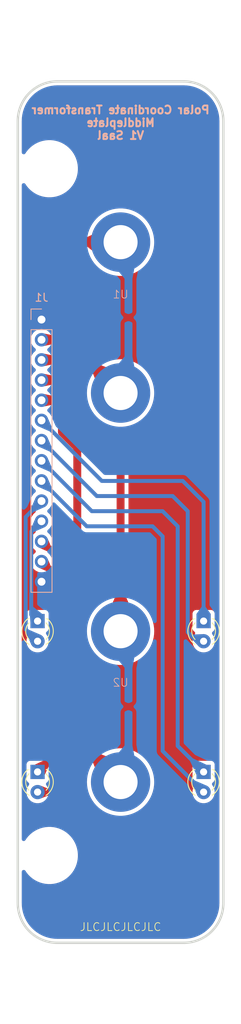
<source format=kicad_pcb>
(kicad_pcb (version 20240108) (generator "pcbnew") (generator_version "8.0")
  (layers (0 "F.Cu" signal) (31 "B.Cu" signal) (34 "B.Paste" user) (35 "F.Paste" user) (36 "B.SilkS" user "B.Silkscreen") (37 "F.SilkS" user "F.Silkscreen") (38 "B.Mask" user) (39 "F.Mask" user) (44 "Edge.Cuts" user))
  (net 0 "")
  (net 1 "R_cos_OUT")
  (net 2 "R_IN")
  (net 3 "ERROR_sin_2")
  (net 4 "R_cos_1")
  (net 5 "+12V")
  (net 6 "Phi_IN")
  (net 7 "GND")
  (net 8 "R_sin_2")
  (net 9 "R_sin_1")
  (net 10 "R_cos_2")
  (net 11 "ERROR_cos_2")
  (net 12 "R_sin_OUT")
  (footprint "LED_THT:LED_D3.0mm_FlatTop" (layer "F.Cu") (at 55.3 147.775 -90)
    (property "Reference" "D2" (hide yes))
    (property "Value" "LED" (hide yes))
    (fp_line (start -0.29 1.08) (end -0.29 1.236) (stroke (width 0.12)) (layer "F.SilkS"))
    (fp_line (start -0.29 -1.236) (end -0.29 -1.08) (stroke (width 0.12)) (layer "F.SilkS"))
    (fp_arc (start 2.31113 1.079837) (mid 1.270117 1.5) (end 0.229039 1.08) (stroke (width 0.12)) (layer "F.SilkS"))
    (fp_arc (start 2.942335 1.078608) (mid 1.366487 1.987659) (end -0.29 1.235516) (stroke (width 0.12)) (layer "F.SilkS"))
    (fp_arc (start 0.229039 -1.08) (mid 1.270117 -1.5) (end 2.31113 -1.079837) (stroke (width 0.12)) (layer "F.SilkS"))
    (fp_arc (start -0.29 -1.235516) (mid 1.366487 -1.987659) (end 2.942335 -1.078608) (stroke (width 0.12)) (layer "F.SilkS"))
    (pad "1" thru_hole rect (at 0 0 270) (size 1.8 1.8) (drill 0.9) (layers "*.Cu" "*.Mask") (net 3 "ERROR_sin_2"))
    (pad "2" thru_hole circle (at 2.54 0 270) (size 1.8 1.8) (drill 0.9) (layers "*.Cu" "*.Mask") (net 5 "+12V"))
  )
  (footprint "LED_THT:LED_D3.0mm_FlatTop" (layer "F.Cu") (at 55.3 128.775 -90)
    (property "Reference" "D1" (hide yes))
    (property "Value" "LED" (hide yes))
    (fp_line (start -0.29 1.08) (end -0.29 1.236) (stroke (width 0.12)) (layer "F.SilkS"))
    (fp_line (start -0.29 -1.236) (end -0.29 -1.08) (stroke (width 0.12)) (layer "F.SilkS"))
    (fp_arc (start 2.31113 1.079837) (mid 1.270117 1.5) (end 0.229039 1.08) (stroke (width 0.12)) (layer "F.SilkS"))
    (fp_arc (start 2.942335 1.078608) (mid 1.366487 1.987659) (end -0.29 1.235516) (stroke (width 0.12)) (layer "F.SilkS"))
    (fp_arc (start 0.229039 -1.08) (mid 1.270117 -1.5) (end 2.31113 -1.079837) (stroke (width 0.12)) (layer "F.SilkS"))
    (fp_arc (start -0.29 -1.235516) (mid 1.366487 -1.987659) (end 2.942335 -1.078608) (stroke (width 0.12)) (layer "F.SilkS"))
    (pad "1" thru_hole rect (at 0 0 270) (size 1.8 1.8) (drill 0.9) (layers "*.Cu" "*.Mask") (net 11 "ERROR_cos_2"))
    (pad "2" thru_hole circle (at 2.54 0 270) (size 1.8 1.8) (drill 0.9) (layers "*.Cu" "*.Mask") (net 5 "+12V"))
  )
  (footprint "MountingHole:MountingHole_3.2mm_M3_DIN965" (layer "F.Cu") (at 56.8 158.3)
    (property "Reference" "H3" (hide yes))
    (property "Value" "MountingHole" (hide yes))
    (pad "" np_thru_hole circle (at 0 0) (size 3.2 3.2) (drill 3.2) (layers "F&B.Cu" "*.Mask") (clearance 2))
  )
  (footprint "LED_THT:LED_D3.0mm_FlatTop" (layer "F.Cu") (at 76.3 128.775 -90)
    (property "Reference" "D3" (hide yes))
    (property "Value" "LED_Dual_Bidirectional" (hide yes))
    (fp_line (start -0.29 1.08) (end -0.29 1.236) (stroke (width 0.12)) (layer "F.SilkS"))
    (fp_line (start -0.29 -1.236) (end -0.29 -1.08) (stroke (width 0.12)) (layer "F.SilkS"))
    (fp_arc (start 2.31113 1.079837) (mid 1.270117 1.5) (end 0.229039 1.08) (stroke (width 0.12)) (layer "F.SilkS"))
    (fp_arc (start 2.942335 1.078608) (mid 1.366487 1.987659) (end -0.29 1.235516) (stroke (width 0.12)) (layer "F.SilkS"))
    (fp_arc (start 0.229039 -1.08) (mid 1.270117 -1.5) (end 2.31113 -1.079837) (stroke (width 0.12)) (layer "F.SilkS"))
    (fp_arc (start -0.29 -1.235516) (mid 1.366487 -1.987659) (end 2.942335 -1.078608) (stroke (width 0.12)) (layer "F.SilkS"))
    (pad "1" thru_hole rect (at 0 0 270) (size 1.8 1.8) (drill 0.9) (layers "*.Cu" "*.Mask") (net 4 "R_cos_1"))
    (pad "2" thru_hole circle (at 2.54 0 270) (size 1.8 1.8) (drill 0.9) (layers "*.Cu" "*.Mask") (net 10 "R_cos_2"))
  )
  (footprint "LED_THT:LED_D3.0mm_FlatTop" (layer "F.Cu") (at 76.3 147.775 -90)
    (property "Reference" "D4" (hide yes))
    (property "Value" "LED_Dual_Bidirectional" (hide yes))
    (fp_line (start -0.29 1.08) (end -0.29 1.236) (stroke (width 0.12)) (layer "F.SilkS"))
    (fp_line (start -0.29 -1.236) (end -0.29 -1.08) (stroke (width 0.12)) (layer "F.SilkS"))
    (fp_arc (start 2.31113 1.079837) (mid 1.270117 1.5) (end 0.229039 1.08) (stroke (width 0.12)) (layer "F.SilkS"))
    (fp_arc (start 2.942335 1.078608) (mid 1.366487 1.987659) (end -0.29 1.235516) (stroke (width 0.12)) (layer "F.SilkS"))
    (fp_arc (start 0.229039 -1.08) (mid 1.270117 -1.5) (end 2.31113 -1.079837) (stroke (width 0.12)) (layer "F.SilkS"))
    (fp_arc (start -0.29 -1.235516) (mid 1.366487 -1.987659) (end 2.942335 -1.078608) (stroke (width 0.12)) (layer "F.SilkS"))
    (pad "1" thru_hole rect (at 0 0 270) (size 1.8 1.8) (drill 0.9) (layers "*.Cu" "*.Mask") (net 9 "R_sin_1"))
    (pad "2" thru_hole circle (at 2.54 0 270) (size 1.8 1.8) (drill 0.9) (layers "*.Cu" "*.Mask") (net 8 "R_sin_2"))
  )
  (footprint "MountingHole:MountingHole_4.3mm_M4_DIN965_Pad" (layer "F.Cu") (at 65.8 100.05)
    (property "Reference" "H4" (hide yes))
    (property "Value" "MountingHole_Pad" (hide yes))
    (pad "1" thru_hole circle (at 0 0) (size 7.5 7.5) (drill 4.3) (layers "*.Cu" "*.Mask") (net 6 "Phi_IN"))
  )
  (footprint "MountingHole:MountingHole_4.3mm_M4_DIN965_Pad" (layer "F.Cu") (at 65.8 81.05)
    (property "Reference" "H2" (hide yes))
    (property "Value" "MountingHole_Pad" (hide yes))
    (pad "1" thru_hole circle (at 0 0) (size 7.5 7.5) (drill 4.3) (layers "*.Cu" "*.Mask") (net 2 "R_IN"))
  )
  (footprint "MountingHole:MountingHole_4.3mm_M4_DIN965_Pad" (layer "F.Cu") (at 65.8 130.05)
    (property "Reference" "H5" (hide yes))
    (property "Value" "MountingHole_Pad" (hide yes))
    (pad "1" thru_hole circle (at 0 0) (size 7.5 7.5) (drill 4.3) (layers "*.Cu" "*.Mask") (net 1 "R_cos_OUT"))
  )
  (footprint "MountingHole:MountingHole_4.3mm_M4_DIN965_Pad" (layer "F.Cu") (at 65.8 149.05)
    (property "Reference" "H6" (hide yes))
    (property "Value" "MountingHole_Pad" (hide yes))
    (pad "1" thru_hole circle (at 0 0) (size 7.5 7.5) (drill 4.3) (layers "*.Cu" "*.Mask") (net 12 "R_sin_OUT"))
  )
  (footprint "MountingHole:MountingHole_3.2mm_M3_DIN965" (layer "F.Cu") (at 56.8 71.8)
    (property "Reference" "H1" (hide yes))
    (property "Value" "MountingHole" (hide yes))
    (pad "" np_thru_hole circle (at 0 0) (size 3.2 3.2) (drill 3.2) (layers "F&B.Cu" "*.Mask") (clearance 2))
  )
  (footprint "Connector_PinSocket_2.54mm:PinSocket_1x14_P2.54mm_Vertical" (layer "B.Cu") (at 55.8 90.8 180)
    (property "Reference" "J1" (at 0 2.77 0) (layer "B.SilkS") (effects (justify mirror)))
    (property "Value" "Conn_01x14")
    (fp_line (start 1.33 1.33) (end 0 1.33) (stroke (width 0.12)) (layer "B.SilkS"))
    (fp_line (start 1.33 0) (end 1.33 1.33) (stroke (width 0.12)) (layer "B.SilkS"))
    (fp_line (start 1.33 -1.27) (end -1.33 -1.27) (stroke (width 0.12)) (layer "B.SilkS"))
    (fp_line (start 1.33 -34.35) (end 1.33 -1.27) (stroke (width 0.12)) (layer "B.SilkS"))
    (fp_line (start 1.33 -34.35) (end -1.33 -34.35) (stroke (width 0.12)) (layer "B.SilkS"))
    (fp_line (start -1.33 -34.35) (end -1.33 -1.27) (stroke (width 0.12)) (layer "B.SilkS"))
    (pad "1" thru_hole rect (at 0 0 180) (size 1.7 1.7) (drill 1) (layers "*.Cu" "*.Mask") (net 7 "GND"))
    (pad "2" thru_hole oval (at 0 -2.54 180) (size 1.7 1.7) (drill 1) (layers "*.Cu" "*.Mask") (net 2 "R_IN"))
    (pad "3" thru_hole oval (at 0 -5.08 180) (size 1.7 1.7) (drill 1) (layers "*.Cu" "*.Mask") (net 6 "Phi_IN"))
    (pad "4" thru_hole oval (at 0 -7.62 180) (size 1.7 1.7) (drill 1) (layers "*.Cu" "*.Mask") (net 1 "R_cos_OUT"))
    (pad "5" thru_hole oval (at 0 -10.16 180) (size 1.7 1.7) (drill 1) (layers "*.Cu" "*.Mask") (net 12 "R_sin_OUT"))
    (pad "6" thru_hole oval (at 0 -12.7 180) (size 1.7 1.7) (drill 1) (layers "*.Cu" "*.Mask") (net 4 "R_cos_1"))
    (pad "7" thru_hole oval (at 0 -15.24 180) (size 1.7 1.7) (drill 1) (layers "*.Cu" "*.Mask") (net 10 "R_cos_2"))
    (pad "8" thru_hole oval (at 0 -17.78 180) (size 1.7 1.7) (drill 1) (layers "*.Cu" "*.Mask") (net 9 "R_sin_1"))
    (pad "9" thru_hole oval (at 0 -20.32 180) (size 1.7 1.7) (drill 1) (layers "*.Cu" "*.Mask") (net 8 "R_sin_2"))
    (pad "10" thru_hole oval (at 0 -22.86 180) (size 1.7 1.7) (drill 1) (layers "*.Cu" "*.Mask") (net 5 "+12V"))
    (pad "11" thru_hole oval (at 0 -25.4 180) (size 1.7 1.7) (drill 1) (layers "*.Cu" "*.Mask") (net 11 "ERROR_cos_2"))
    (pad "12" thru_hole oval (at 0 -27.94 180) (size 1.7 1.7) (drill 1) (layers "*.Cu" "*.Mask") (net 5 "+12V"))
    (pad "13" thru_hole oval (at 0 -30.48 180) (size 1.7 1.7) (drill 1) (layers "*.Cu" "*.Mask") (net 3 "ERROR_sin_2"))
    (pad "14" thru_hole oval (at 0 -33.02 180) (size 1.7 1.7) (drill 1) (layers "*.Cu" "*.Mask") (net 7 "GND"))
  )
  (footprint "analog_computing:VCAN16A2-03S-E3-08" (layer "B.Cu") (at 65.8 90.55 180)
    (property "Reference" "U1" (at 0 2.92 0) (layer "B.SilkS") (effects (font (thickness 0.1)) (justify mirror)))
    (property "Value" "~" (hide yes))
    (pad "1" smd roundrect (at -1 0.95 180) (size 1 0.8) (layers "B.Cu" "B.Paste" "B.Mask") (net 2 "R_IN"))
    (pad "2" smd roundrect (at -1 -0.95 180) (size 1 0.8) (layers "B.Cu" "B.Paste" "B.Mask") (net 6 "Phi_IN"))
    (pad "3" smd roundrect (at 1 0 180) (size 1 0.8) (layers "B.Cu" "B.Paste" "B.Mask") (net 7 "GND"))
  )
  (footprint "analog_computing:VCAN16A2-03S-E3-08" (layer "B.Cu") (at 65.8 139.55 180)
    (property "Reference" "U2" (at 0 3.025 0) (layer "B.SilkS") (effects (font (thickness 0.1)) (justify mirror)))
    (property "Value" "~" (hide yes))
    (pad "1" smd roundrect (at -1 0.95 180) (size 1 0.8) (layers "B.Cu" "B.Paste" "B.Mask") (net 1 "R_cos_OUT"))
    (pad "2" smd roundrect (at -1 -0.95 180) (size 1 0.8) (layers "B.Cu" "B.Paste" "B.Mask") (net 12 "R_sin_OUT"))
    (pad "3" smd roundrect (at 1 0 180) (size 1 0.8) (layers "B.Cu" "B.Paste" "B.Mask") (net 7 "GND"))
  )
  (gr_line (start 78.8 164.3) (end 78.8 65.8) (stroke (width 0.3)) (layer "Edge.Cuts"))
  (gr_arc (start 57.8 169.3) (mid 54.264466 167.835534) (end 52.8 164.3) (stroke (width 0.3)) (layer "Edge.Cuts"))
  (gr_arc (start 52.8 65.8) (mid 54.264466 62.264466) (end 57.8 60.8) (stroke (width 0.3)) (layer "Edge.Cuts"))
  (gr_arc (start 73.8 60.8) (mid 77.335534 62.264466) (end 78.8 65.8) (stroke (width 0.3)) (layer "Edge.Cuts"))
  (gr_line (start 57.8 60.8) (end 73.8 60.8) (stroke (width 0.3)) (layer "Edge.Cuts"))
  (gr_line (start 57.8 169.3) (end 73.8 169.3) (stroke (width 0.3)) (layer "Edge.Cuts"))
  (gr_arc (start 78.8 164.3) (mid 77.335534 167.835534) (end 73.8 169.3) (stroke (width 0.3)) (layer "Edge.Cuts"))
  (gr_line (start 52.8 65.8) (end 52.8 164.3) (stroke (width 0.3)) (layer "Edge.Cuts"))
  (gr_text "Polar Coordinate Transformer\nMiddleplate\nV1 Saal" (at 65.8 66 0) (layer "B.SilkS") (effects (font (size 1 1) (thickness 0.25) (bold yes)) (justify mirror)))
  (gr_text "JLCJLCJLCJLC" (at 65.8 167.3 0) (layer "F.SilkS") (effects (font (size 1 1) (thickness 0.1))))
  (segment (start 59.05 98.42) (end 55.8 98.42) (width 1) (layer "F.Cu") (net 1))
  (segment (start 65.8 106.44) (end 64.77 105.41) (width 1) (layer "F.Cu") (net 1))
  (segment (start 64.77 105.41) (end 62.865 105.41) (width 1) (layer "F.Cu") (net 1))
  (segment (start 65.8 130.05) (end 65.8 106.44) (width 1) (layer "F.Cu") (net 1))
  (segment (start 62.865 105.41) (end 60.325 102.87) (width 1) (layer "F.Cu") (net 1))
  (segment (start 60.325 102.87) (end 60.325 99.695) (width 1) (layer "F.Cu") (net 1))
  (segment (start 60.325 99.695) (end 59.05 98.42) (width 1) (layer "F.Cu") (net 1))
  (segment (start 65.8 130.57) (end 66.04 130.81) (width 0.5) (layer "B.Cu") (net 1))
  (segment (start 65.8 130.05) (end 65.8 130.57) (width 0.5) (layer "B.Cu") (net 1))
  (segment (start 66.8 138.6) (end 66.8 131.05) (width 1) (layer "B.Cu") (net 1))
  (segment (start 66.8 131.05) (end 65.8 130.05) (width 1) (layer "B.Cu") (net 1))
  (segment (start 57.79 93.34) (end 59.69 91.44) (width 1) (layer "F.Cu") (net 2))
  (segment (start 61.19 81.05) (end 65.8 81.05) (width 1) (layer "F.Cu") (net 2))
  (segment (start 59.69 82.55) (end 61.19 81.05) (width 1) (layer "F.Cu") (net 2))
  (segment (start 55.8 93.34) (end 57.79 93.34) (width 1) (layer "F.Cu") (net 2))
  (segment (start 59.69 91.44) (end 59.69 82.55) (width 1) (layer "F.Cu") (net 2))
  (segment (start 66.8 82.05) (end 65.8 81.05) (width 1) (layer "B.Cu") (net 2))
  (segment (start 66.8 89.6) (end 66.8 82.05) (width 1) (layer "B.Cu") (net 2))
  (segment (start 57.1 145.975) (end 57.1 122.58) (width 0.5) (layer "F.Cu") (net 3))
  (segment (start 55.3 147.775) (end 57.1 145.975) (width 0.5) (layer "F.Cu") (net 3))
  (segment (start 57.1 122.58) (end 55.8 121.28) (width 0.5) (layer "F.Cu") (net 3))
  (segment (start 73.66 111.125) (end 76.3 113.765) (width 0.5) (layer "B.Cu") (net 4))
  (segment (start 55.8 103.5) (end 63.425 111.125) (width 0.5) (layer "B.Cu") (net 4))
  (segment (start 63.425 111.125) (end 73.66 111.125) (width 0.5) (layer "B.Cu") (net 4))
  (segment (start 76.3 113.765) (end 76.3 128.775) (width 0.5) (layer "B.Cu") (net 4))
  (segment (start 58.42 149.225) (end 57.33 150.315) (width 0.5) (layer "F.Cu") (net 5))
  (segment (start 55.8 118.74) (end 58.42 121.36) (width 0.5) (layer "F.Cu") (net 5))
  (segment (start 58.42 121.36) (end 58.42 149.225) (width 0.5) (layer "F.Cu") (net 5))
  (segment (start 57.33 150.315) (end 55.3 150.315) (width 0.5) (layer "F.Cu") (net 5))
  (segment (start 55.3 131.315) (end 53.8 129.815) (width 0.5) (layer "B.Cu") (net 5))
  (segment (start 53.8 115.66) (end 55.8 113.66) (width 0.5) (layer "B.Cu") (net 5))
  (segment (start 53.8 129.815) (end 53.8 115.66) (width 0.5) (layer "B.Cu") (net 5))
  (segment (start 55.8 95.88) (end 61.63 95.88) (width 1) (layer "F.Cu") (net 6))
  (segment (start 61.63 95.88) (end 65.8 100.05) (width 1) (layer "F.Cu") (net 6))
  (segment (start 66.8 91.5) (end 66.8 99.05) (width 1) (layer "B.Cu") (net 6))
  (segment (start 66.8 99.05) (end 65.8 100.05) (width 1) (layer "B.Cu") (net 6))
  (segment (start 69.85 116.84) (end 61.52 116.84) (width 0.5) (layer "B.Cu") (net 8))
  (segment (start 71.12 118.11) (end 69.85 116.84) (width 0.5) (layer "B.Cu") (net 8))
  (segment (start 71.12 145.135) (end 71.12 118.11) (width 0.5) (layer "B.Cu") (net 8))
  (segment (start 61.52 116.84) (end 55.8 111.12) (width 0.5) (layer "B.Cu") (net 8))
  (segment (start 76.3 150.315) (end 71.12 145.135) (width 0.5) (layer "B.Cu") (net 8))
  (segment (start 71.12 114.935) (end 62.155 114.935) (width 0.5) (layer "B.Cu") (net 9))
  (segment (start 76.3 147.775) (end 73.025 144.5) (width 0.5) (layer "B.Cu") (net 9))
  (segment (start 73.025 116.84) (end 71.12 114.935) (width 0.5) (layer "B.Cu") (net 9))
  (segment (start 62.155 114.935) (end 55.8 108.58) (width 0.5) (layer "B.Cu") (net 9))
  (segment (start 73.025 144.5) (end 73.025 116.84) (width 0.5) (layer "B.Cu") (net 9))
  (segment (start 72.39 113.03) (end 74.295 114.935) (width 0.5) (layer "B.Cu") (net 10))
  (segment (start 74.295 114.935) (end 74.295 130.175) (width 0.5) (layer "B.Cu") (net 10))
  (segment (start 55.8 106.04) (end 62.79 113.03) (width 0.5) (layer "B.Cu") (net 10))
  (segment (start 62.79 113.03) (end 72.39 113.03) (width 0.5) (layer "B.Cu") (net 10))
  (segment (start 75.435 131.315) (end 76.3 131.315) (width 0.5) (layer "B.Cu") (net 10))
  (segment (start 74.295 130.175) (end 75.435 131.315) (width 0.5) (layer "B.Cu") (net 10))
  (segment (start 55.3 128.775) (end 54.5 127.975) (width 0.5) (layer "B.Cu") (net 11))
  (segment (start 54.5 127.975) (end 54.5 117.5) (width 0.5) (layer "B.Cu") (net 11))
  (segment (start 54.5 117.5) (end 55.8 116.2) (width 0.5) (layer "B.Cu") (net 11))
  (segment (start 60.325 143.575) (end 65.8 149.05) (width 1) (layer "F.Cu") (net 12))
  (segment (start 60.325 106.934) (end 60.325 143.575) (width 1) (layer "F.Cu") (net 12))
  (segment (start 55.8 100.96) (end 57.653 100.96) (width 1) (layer "F.Cu") (net 12))
  (segment (start 57.653 100.96) (end 58.3825 101.6895) (width 1) (layer "F.Cu") (net 12))
  (segment (start 58.3825 104.9915) (end 60.325 106.934) (width 1) (layer "F.Cu") (net 12))
  (segment (start 58.3825 101.6895) (end 58.3825 104.9915) (width 1) (layer "F.Cu") (net 12))
  (segment (start 66.8 148.05) (end 65.8 149.05) (width 1) (layer "B.Cu") (net 12))
  (segment (start 66.8 140.5) (end 66.8 148.05) (width 1) (layer "B.Cu") (net 12))
  (zone (net 7) (net_name "GND") (layers "F&B.Cu") (connect_pads yes (clearance 0.5)) (min_thickness 0.5) (fill yes (thermal_gap 0.5) (thermal_bridge_width 0.5))
    (polygon (pts (xy 52.8 60.8) (xy 78.8 60.8) (xy 78.8 169.3) (xy 52.8 169.3)))
  )
)
</source>
